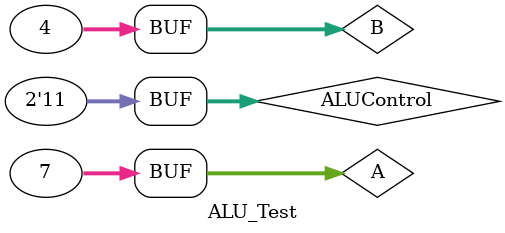
<source format=v>
`timescale 1ns / 1ps


module ALU_Test;

	// Inputs
	reg [31:0] A;
	reg [31:0] B;
	reg [1:0] ALUControl;

	// Outputs
	wire [31:0] Result;
	wire Zero;
	wire Negative;
	wire Carry;
	wire Overflow;

	// Instantiate the Unit Under Test (UUT)
	ALU_ARM uut (
		.A(A), 
		.B(B), 
		.ALUControl(ALUControl), 
		.Result(Result), 
		.Zero(Zero), 
		.Negative(Negative), 
		.Carry(Carry), 
		.Overflow(Overflow)
	);

	initial begin
		// Initialize Inputs
		A = 7;
		B = 4;
		ALUControl = 0;

		// Wait 100 ns for global reset to finish
		#100;
        
		// Add stimulus here
		#10; ALUControl = 1;
		#10; ALUControl = 2;
		#10; ALUControl = 3;

	end
      
endmodule


</source>
